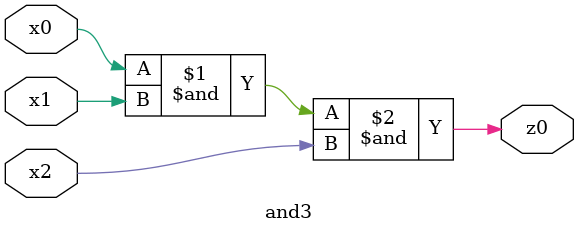
<source format=v>

module and3 (x0, x1, x2, z0);

// inputs and output
input x0, x1, x2;
output z0;

// define signals
wire x0, x1, x2;
wire z0;

// continuous assign
assign z0 = x0 & x1 & x2;

endmodule
</source>
